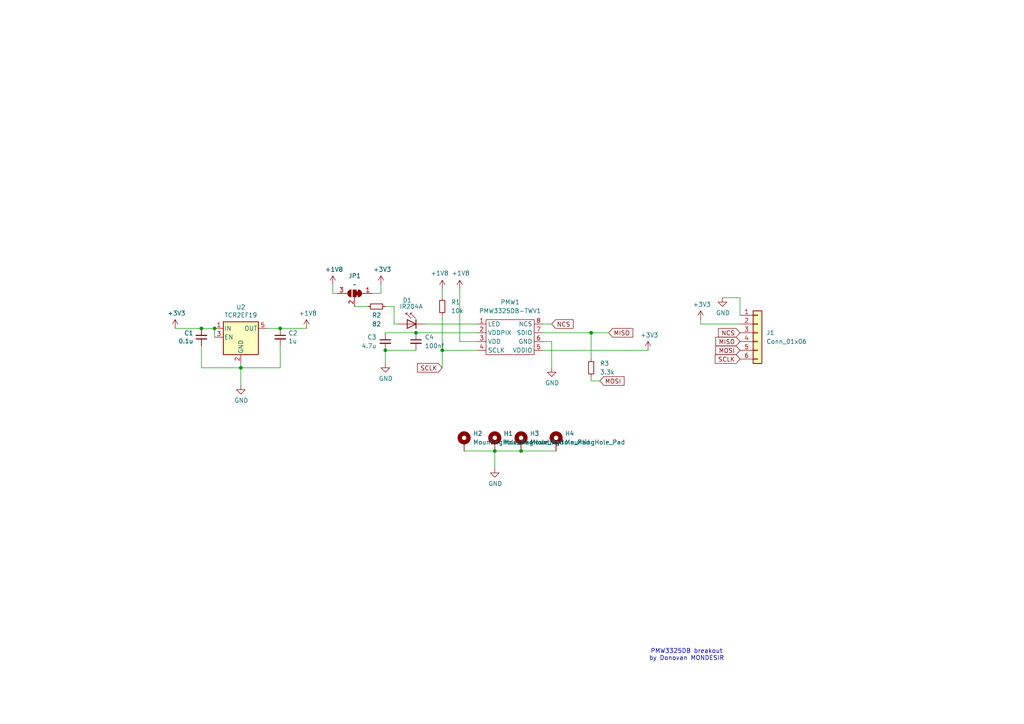
<source format=kicad_sch>
(kicad_sch (version 20231120) (generator "eeschema") (generator_version "8.0")
  (paper "A4")
  (lib_symbols
    (symbol "Connector_Generic:Conn_01x06" (pin_names (offset 1.016) hide)
      (property "Reference" "J" (at 0 7.62 0))
      (property "Value" "Conn_01x06" (at 0 -10.16 0))
      (symbol "Conn_01x06_1_1"
        (rectangle (start -1.27 -7.493) (end 0 -7.747) (stroke (width 0.1524)))
        (rectangle (start -1.27 -4.953) (end 0 -5.207) (stroke (width 0.1524)))
        (rectangle (start -1.27 -2.413) (end 0 -2.667) (stroke (width 0.1524)))
        (rectangle (start -1.27 0.127) (end 0 -0.127) (stroke (width 0.1524)))
        (rectangle (start -1.27 2.667) (end 0 2.413) (stroke (width 0.1524)))
        (rectangle (start -1.27 5.207) (end 0 4.953) (stroke (width 0.1524)))
        (rectangle (start -1.27 6.35) (end 1.27 -8.89) (stroke (width 0.254)) (fill (type background)))
        (pin passive line (at -5.08 5.08 0) (length 3.81) (name "Pin_1") (number "1"))
        (pin passive line (at -5.08 2.54 0) (length 3.81) (name "Pin_2") (number "2"))
        (pin passive line (at -5.08 0 0) (length 3.81) (name "Pin_3") (number "3"))
        (pin passive line (at -5.08 -2.54 0) (length 3.81) (name "Pin_4") (number "4"))
        (pin passive line (at -5.08 -5.08 0) (length 3.81) (name "Pin_5") (number "5"))
        (pin passive line (at -5.08 -7.62 0) (length 3.81) (name "Pin_6") (number "6"))
      )
    )
    (symbol "Device:C_Small" (pin_numbers hide) (pin_names (offset 0.254) hide)
      (property "Reference" "C" (at 0.254 1.778 0))
      (property "Value" "C_Small" (at 0.254 -2.032 0))
      (symbol "C_Small_0_1"
        (polyline (pts (xy -1.524 -0.508) (xy 1.524 -0.508)) (stroke (width 0.3302)))
        (polyline (pts (xy -1.524 0.508) (xy 1.524 0.508)) (stroke (width 0.3048)))
      )
      (symbol "C_Small_1_1"
        (pin passive line (at 0 2.54 270) (length 2.032) (name "~") (number "1"))
        (pin passive line (at 0 -2.54 90) (length 2.032) (name "~") (number "2"))
      )
    )
    (symbol "Device:R_Small" (pin_numbers hide) (pin_names (offset 0.254) hide)
      (property "Reference" "R" (at 0.762 0.508 0))
      (property "Value" "R_Small" (at 0.762 -1.016 0))
      (symbol "R_Small_0_1"
        (rectangle (start -0.762 1.778) (end 0.762 -1.778) (stroke (width 0.2032)))
      )
      (symbol "R_Small_1_1"
        (pin passive line (at 0 2.54 270) (length 0.762) (name "~") (number "1"))
        (pin passive line (at 0 -2.54 90) (length 0.762) (name "~") (number "2"))
      )
    )
    (symbol "Jumper:SolderJumper_3_Bridged12" (pin_names (offset 0) hide) (exclude_from_sim yes) (in_bom no)
      (property "Reference" "JP" (at -2.54 -2.54 0))
      (property "Value" "SolderJumper_3_Bridged12" (at 0 2.794 0))
      (symbol "SolderJumper_3_Bridged12_0_1"
        (rectangle (start -1.016 0.508) (end -0.508 -0.508) (fill (type outline)))
        (arc (start -1.016 1.016) (mid -2.0276 0) (end -1.016 -1.016))
        (arc (start -1.016 1.016) (mid -2.0276 0) (end -1.016 -1.016) (fill (type outline)))
        (rectangle (start -0.508 1.016) (end 0.508 -1.016) (fill (type outline)))
        (polyline (pts (xy -2.54 0) (xy -2.032 0)))
        (polyline (pts (xy -1.016 1.016) (xy -1.016 -1.016)))
        (polyline (pts (xy 0 -1.27) (xy 0 -1.016)))
        (polyline (pts (xy 1.016 1.016) (xy 1.016 -1.016)))
        (polyline (pts (xy 2.54 0) (xy 2.032 0)))
        (arc (start 1.016 -1.016) (mid 2.0276 0) (end 1.016 1.016))
        (arc (start 1.016 -1.016) (mid 2.0276 0) (end 1.016 1.016) (fill (type outline)))
      )
      (symbol "SolderJumper_3_Bridged12_1_1"
        (pin passive line (at -5.08 0 0) (length 2.54) (name "A") (number "1"))
        (pin passive line (at 0 -3.81 90) (length 2.54) (name "C") (number "2"))
        (pin passive line (at 5.08 0 180) (length 2.54) (name "B") (number "3"))
      )
    )
    (symbol "LED:IR204A" (pin_numbers hide) (pin_names (offset 1.016) hide)
      (property "Reference" "D" (at 0.508 1.778 0))
      (property "Value" "IR204A" (at -1.016 -2.794 0))
      (symbol "IR204A_0_1"
        (polyline (pts (xy -2.54 1.27) (xy -2.54 -1.27)) (stroke (width 0.254)))
        (polyline (pts (xy 0 0) (xy -2.54 0)))
        (polyline (pts (xy 0.381 3.175) (xy -0.127 3.175)))
        (polyline (pts (xy -1.143 1.651) (xy 0.381 3.175) (xy 0.381 2.667)))
        (polyline (pts (xy 0 1.27) (xy -2.54 0) (xy 0 -1.27) (xy 0 1.27)) (stroke (width 0.254)))
        (polyline (pts (xy -2.413 1.651) (xy -0.889 3.175) (xy -0.889 2.667) (xy -0.889 3.175) (xy -1.397 3.175)))
      )
      (symbol "IR204A_1_1"
        (pin passive line (at -5.08 0 0) (length 2.54) (name "K") (number "1"))
        (pin passive line (at 2.54 0 180) (length 2.54) (name "A") (number "2"))
      )
    )
    (symbol "Mechanical:MountingHole_Pad" (pin_numbers hide) (pin_names (offset 1.016) hide) (exclude_from_sim yes) (in_bom no)
      (property "Reference" "H" (at 0 6.35 0))
      (property "Value" "MountingHole_Pad" (at 0 4.445 0))
      (symbol "MountingHole_Pad_0_1"
        (circle (center 0 1.27) (radius 1.27) (stroke (width 1.27)))
      )
      (symbol "MountingHole_Pad_1_1"
        (pin input line (at 0 -2.54 90) (length 2.54) (name "1") (number "1"))
      )
    )
    (symbol "PMW3360-rescue:+1V8-power" (power) (pin_names (offset 0))
      (property "Value" "power_+1V8" (at 0 3.556 0))
      (symbol "+1V8-power_0_1"
        (polyline (pts (xy -0.762 1.27) (xy 0 2.54)))
        (polyline (pts (xy 0 0) (xy 0 2.54)))
        (polyline (pts (xy 0 2.54) (xy 0.762 1.27)))
      )
      (symbol "+1V8-power_1_1"
        (pin power_in line (at 0 0 90) (length 0) hide (name "+1V8") (number "1"))
      )
    )
    (symbol "PMW3360-rescue:+3V3-power" (power) (pin_names (offset 0))
      (property "Value" "power_+3V3" (at 0 3.556 0))
      (symbol "+3V3-power_0_1"
        (polyline (pts (xy -0.762 1.27) (xy 0 2.54)))
        (polyline (pts (xy 0 0) (xy 0 2.54)))
        (polyline (pts (xy 0 2.54) (xy 0.762 1.27)))
      )
      (symbol "+3V3-power_1_1"
        (pin power_in line (at 0 0 90) (length 0) hide (name "+3V3") (number "1"))
      )
    )
    (symbol "PMW3360-rescue:GND-power" (power) (pin_names (offset 0))
      (property "Value" "power_GND" (at 0 -3.81 0))
      (symbol "GND-power_0_1"
        (polyline (pts (xy 0 0) (xy 0 -1.27) (xy 1.27 -1.27) (xy 0 -2.54) (xy -1.27 -1.27) (xy 0 -1.27)))
      )
      (symbol "GND-power_1_1"
        (pin power_in line (at 0 0 270) (length 0) hide (name "GND") (number "1"))
      )
    )
    (symbol "Regulator_Linear:TLV70218_SOT23-5" (pin_names (offset 0.254))
      (property "Reference" "U" (at -3.81 5.715 0))
      (property "Value" "TLV70218_SOT23-5" (at 0 5.715 0))
      (symbol "TLV70218_SOT23-5_0_1"
        (rectangle (start -5.08 4.445) (end 5.08 -5.08) (stroke (width 0.254)) (fill (type background)))
      )
      (symbol "TLV70218_SOT23-5_1_1"
        (pin power_in line (at -7.62 2.54 0) (length 2.54) (name "IN") (number "1"))
        (pin power_in line (at 0 -7.62 90) (length 2.54) (name "GND") (number "2"))
        (pin input line (at -7.62 0 0) (length 2.54) (name "EN") (number "3"))
        (pin no_connect line (at 5.08 0 180) (length 2.54) hide (name "NC") (number "4"))
        (pin power_out line (at 7.62 2.54 180) (length 2.54) (name "OUT") (number "5"))
      )
    )
    (symbol "adns-5050:pmw3325db-twv1"
      (property "Reference" "PMW" (at -2.54 7.62 0))
      (property "Value" "PMW3325DB-TWV1" (at 0 -5.08 0))
      (symbol "pmw3325db-twv1_0_1"
        (rectangle (start -7.62 6.35) (end 6.35 -3.81))
      )
      (symbol "pmw3325db-twv1_1_1"
        (pin input line (at -10.16 5.08 0) (length 2.54) (name "LED") (number "1"))
        (pin input line (at -10.16 2.54 0) (length 2.54) (name "VDDPIX") (number "2"))
        (pin input line (at -10.16 0 0) (length 2.54) (name "VDD") (number "3"))
        (pin input line (at -10.16 -2.54 0) (length 2.54) (name "SCLK") (number "4"))
        (pin input line (at 8.89 -2.54 180) (length 2.54) (name "VDDIO") (number "5"))
        (pin input line (at 8.89 0 180) (length 2.54) (name "GND") (number "6"))
        (pin input line (at 8.89 2.54 180) (length 2.54) (name "SDIO") (number "7"))
        (pin input line (at 8.89 5.08 180) (length 2.54) (name "NCS") (number "8"))
      )
    )
  )
  (junction (at 81.28 95.25))
  (junction (at 171.45 96.52))
  (junction (at 69.85 106.68))
  (junction (at 143.51 130.81))
  (junction (at 111.76 101.6))
  (junction (at 62.23 95.25))
  (junction (at 58.42 95.25))
  (junction (at 128.27 101.6))
  (junction (at 120.65 96.52))
  (junction (at 151.13 130.81))
  (wire (pts (xy 143.51 130.81) (xy 151.13 130.81)))
  (wire (pts (xy 203.2 92.71) (xy 203.2 93.98)))
  (wire (pts (xy 58.42 100.33) (xy 58.42 106.68)))
  (wire (pts (xy 157.48 101.6) (xy 187.96 101.6)))
  (wire (pts (xy 111.76 96.52) (xy 120.65 96.52)))
  (wire (pts (xy 203.2 93.98) (xy 214.63 93.98)))
  (wire (pts (xy 171.45 109.22) (xy 171.45 110.49)))
  (wire (pts (xy 58.42 95.25) (xy 62.23 95.25)))
  (wire (pts (xy 133.35 83.82) (xy 133.35 99.06)))
  (wire (pts (xy 214.63 86.36) (xy 214.63 91.44)))
  (wire (pts (xy 143.51 130.81) (xy 143.51 135.89)))
  (wire (pts (xy 50.8 95.25) (xy 58.42 95.25)))
  (wire (pts (xy 128.27 83.82) (xy 128.27 86.36)))
  (wire (pts (xy 77.47 95.25) (xy 81.28 95.25)))
  (wire (pts (xy 209.55 86.36) (xy 214.63 86.36)))
  (wire (pts (xy 111.76 101.6) (xy 120.65 101.6)))
  (wire (pts (xy 128.27 101.6) (xy 128.27 91.44)))
  (wire (pts (xy 171.45 96.52) (xy 171.45 104.14)))
  (wire (pts (xy 120.65 96.52) (xy 138.43 96.52)))
  (wire (pts (xy 171.45 96.52) (xy 176.53 96.52)))
  (wire (pts (xy 151.13 130.81) (xy 161.29 130.81)))
  (wire (pts (xy 69.85 105.41) (xy 69.85 106.68)))
  (wire (pts (xy 110.49 82.55) (xy 110.49 85.09)))
  (wire (pts (xy 96.52 85.09) (xy 96.52 82.55)))
  (wire (pts (xy 111.76 101.6) (xy 111.76 105.41)))
  (wire (pts (xy 128.27 101.6) (xy 128.27 106.68)))
  (wire (pts (xy 81.28 100.33) (xy 81.28 106.68)))
  (wire (pts (xy 133.35 99.06) (xy 138.43 99.06)))
  (wire (pts (xy 157.48 96.52) (xy 171.45 96.52)))
  (wire (pts (xy 123.19 93.98) (xy 138.43 93.98)))
  (wire (pts (xy 58.42 106.68) (xy 69.85 106.68)))
  (wire (pts (xy 134.62 130.81) (xy 143.51 130.81)))
  (wire (pts (xy 160.02 99.06) (xy 160.02 106.68)))
  (wire (pts (xy 97.79 85.09) (xy 96.52 85.09)))
  (wire (pts (xy 110.49 85.09) (xy 107.95 85.09)))
  (wire (pts (xy 69.85 106.68) (xy 69.85 111.76)))
  (wire (pts (xy 114.3 88.9) (xy 111.76 88.9)))
  (wire (pts (xy 114.3 93.98) (xy 114.3 88.9)))
  (wire (pts (xy 81.28 106.68) (xy 69.85 106.68)))
  (wire (pts (xy 102.87 88.9) (xy 106.68 88.9)))
  (wire (pts (xy 157.48 99.06) (xy 160.02 99.06)))
  (wire (pts (xy 157.48 93.98) (xy 160.02 93.98)))
  (wire (pts (xy 114.3 93.98) (xy 115.57 93.98)))
  (wire (pts (xy 171.45 110.49) (xy 173.99 110.49)))
  (wire (pts (xy 62.23 97.79) (xy 62.23 95.25)))
  (wire (pts (xy 138.43 101.6) (xy 128.27 101.6)))
  (wire (pts (xy 88.9 95.25) (xy 81.28 95.25)))
  (text "PMW3325DB breakout\nby Donovan MONDESIR" (at 199.136 189.992 0) (effects (font (size 1.27 1.27))))
  (global_label "MOSI" (shape input) (at 173.99 110.49 0) (property "Intersheetrefs" "${INTERSHEET_REFS}" (effects (hide yes))))
  (global_label "SCLK" (shape input) (at 128.27 106.68 180) (property "Intersheetrefs" "${INTERSHEET_REFS}" (effects (hide yes))))
  (global_label "MISO" (shape input) (at 176.53 96.52 0) (property "Intersheetrefs" "${INTERSHEET_REFS}" (effects (hide yes))))
  (global_label "NCS" (shape input) (at 160.02 93.98 0) (property "Intersheetrefs" "${INTERSHEET_REFS}" (effects (hide yes))))
  (global_label "MOSI" (shape input) (at 214.63 101.6 180) (property "Intersheetrefs" "${INTERSHEET_REFS}" (effects (hide yes))))
  (global_label "MISO" (shape input) (at 214.63 99.06 180) (property "Intersheetrefs" "${INTERSHEET_REFS}" (effects (hide yes))))
  (global_label "SCLK" (shape input) (at 214.63 104.14 180) (property "Intersheetrefs" "${INTERSHEET_REFS}" (effects (hide yes))))
  (global_label "NCS" (shape input) (at 214.63 96.52 180) (property "Intersheetrefs" "${INTERSHEET_REFS}" (effects (hide yes))))
  (symbol (lib_id "Regulator_Linear:TLV70218_SOT23-5") (at 69.85 97.79 0) (unit 1)
    (property "Reference" "U2" (at 69.85 89.1032 0))
    (property "Value" "TCR2EF19" (at 69.85 91.4146 0))
    (property "Footprint" "Package_TO_SOT_SMD:SOT-23-5" (effects (hide yes)))
    (property "LCSC" "C146366" (effects (hide yes)))
  )
  (symbol (lib_id "Device:C_Small") (at 81.28 97.79 0) (unit 1)
    (property "Reference" "C2" (at 83.6168 96.6216 0) (effects (justify left)))
    (property "Value" "1u" (at 83.6168 98.933 0) (effects (justify left)))
    (property "Footprint" "Capacitor_SMD:C_0603_1608Metric" (effects (hide yes)))
    (property "LCSC" "C15849" (effects (hide yes)))
  )
  (symbol (lib_id "Device:C_Small") (at 58.42 97.79 0) (mirror x) (unit 1)
    (property "Reference" "C1" (at 56.1086 96.6216 0) (effects (justify right)))
    (property "Value" "0.1u" (at 56.1086 98.933 0) (effects (justify right)))
    (property "Footprint" "Capacitor_SMD:C_0603_1608Metric" (effects (hide yes)))
    (property "LCSC" "C14663" (effects (hide yes)))
  )
  (symbol (lib_id "PMW3360-rescue:GND-power") (at 69.85 111.76 0) (unit 1)
    (property "Reference" "#PWR0101" (effects (hide yes)))
    (property "Value" "GND" (at 69.977 116.1542 0))
  )
  (symbol (lib_id "PMW3360-rescue:+1V8-power") (at 88.9 95.25 0) (unit 1)
    (property "Reference" "#PWR0102" (effects (hide yes)))
    (property "Value" "+1V8" (at 89.281 90.8558 0))
  )
  (symbol (lib_id "PMW3360-rescue:+3V3-power") (at 50.8 95.25 0) (unit 1)
    (property "Reference" "#PWR0104" (effects (hide yes)))
    (property "Value" "+3V3" (at 51.181 90.8558 0))
  )
  (symbol (lib_id "PMW3360-rescue:+1V8-power") (at 133.35 83.82 0) (unit 1)
    (property "Reference" "#PWR04" (effects (hide yes)))
    (property "Value" "+1V8" (at 133.604 79.248 0))
  )
  (symbol (lib_id "PMW3360-rescue:+3V3-power") (at 110.49 82.55 0) (unit 1)
    (property "Reference" "#PWR07" (effects (hide yes)))
    (property "Value" "+3V3" (at 110.871 78.1558 0))
  )
  (symbol (lib_id "PMW3360-rescue:GND-power") (at 160.02 106.68 0) (unit 1)
    (property "Reference" "#PWR03" (effects (hide yes)))
    (property "Value" "GND" (at 160.147 111.0742 0))
  )
  (symbol (lib_id "Device:R_Small") (at 109.22 88.9 270) (unit 1)
    (property "Reference" "R2" (at 109.22 91.44 90))
    (property "Value" "82" (at 109.22 93.98 90))
    (property "Footprint" "Resistor_SMD:R_0603_1608Metric" (effects (hide yes)))
    (property "LCSC" "C25804" (effects (hide yes)))
  )
  (symbol (lib_id "PMW3360-rescue:GND-power") (at 111.76 105.41 0) (unit 1)
    (property "Reference" "#PWR01" (effects (hide yes)))
    (property "Value" "GND" (at 111.887 109.8042 0))
  )
  (symbol (lib_id "PMW3360-rescue:+3V3-power") (at 187.96 101.6 0) (unit 1)
    (property "Reference" "#PWR02" (effects (hide yes)))
    (property "Value" "+3V3" (at 188.341 97.2058 0))
  )
  (symbol (lib_id "Mechanical:MountingHole_Pad") (at 151.13 128.27 0) (unit 1) (exclude_from_sim yes) (in_bom no)
    (property "Reference" "H3" (at 153.67 125.7299 0) (effects (justify left)))
    (property "Value" "MountingHole_Pad" (at 153.67 128.2699 0) (effects (justify left)))
    (property "Footprint" "MountingHole:MountingHole_2.2mm_M2_Pad" (effects (hide yes)))
    (property "Description" "Mounting Hole with connection" (effects (hide yes)))
  )
  (symbol (lib_id "Mechanical:MountingHole_Pad") (at 161.29 128.27 0) (unit 1) (exclude_from_sim yes) (in_bom no)
    (property "Reference" "H4" (at 163.83 125.7299 0) (effects (justify left)))
    (property "Value" "MountingHole_Pad" (at 163.83 128.2699 0) (effects (justify left)))
    (property "Footprint" "MountingHole:MountingHole_2.2mm_M2_Pad" (effects (hide yes)))
    (property "Description" "Mounting Hole with connection" (effects (hide yes)))
  )
  (symbol (lib_id "Device:C_Small") (at 111.76 99.06 0) (unit 1)
    (property "Reference" "C3" (at 109.22 97.7962 0) (effects (justify right)))
    (property "Value" "4.7u" (at 109.22 100.3362 0) (effects (justify right)))
    (property "Footprint" "Capacitor_SMD:C_0603_1608Metric" (effects (hide yes)))
    (property "LCSC" "C19666" (effects (hide yes)))
  )
  (symbol (lib_id "Device:C_Small") (at 120.65 99.06 0) (unit 1)
    (property "Reference" "C4" (at 123.19 97.7962 0) (effects (justify left)))
    (property "Value" "100nf" (at 123.19 100.3362 0) (effects (justify left)))
    (property "Footprint" "Capacitor_SMD:C_0603_1608Metric" (effects (hide yes)))
    (property "LCSC" "C19666" (effects (hide yes)))
  )
  (symbol (lib_id "Device:R_Small") (at 128.27 88.9 0) (unit 1)
    (property "Reference" "R1" (at 130.81 87.6299 0) (effects (justify left)))
    (property "Value" "10k" (at 130.81 90.1699 0) (effects (justify left)))
    (property "Footprint" "Resistor_SMD:R_0603_1608Metric" (effects (hide yes)))
    (property "LCSC" "C25804" (effects (hide yes)))
  )
  (symbol (lib_id "Mechanical:MountingHole_Pad") (at 143.51 128.27 0) (unit 1) (exclude_from_sim yes) (in_bom no)
    (property "Reference" "H1" (at 146.05 125.7299 0) (effects (justify left)))
    (property "Value" "MountingHole_Pad" (at 146.05 128.2699 0) (effects (justify left)))
    (property "Footprint" "MountingHole:MountingHole_2.2mm_M2_Pad" (effects (hide yes)))
    (property "Description" "Mounting Hole with connection" (effects (hide yes)))
  )
  (symbol (lib_id "Connector_Generic:Conn_01x06") (at 219.71 96.52 0) (unit 1)
    (property "Reference" "J1" (at 222.25 96.5199 0) (effects (justify left)))
    (property "Value" "Conn_01x06" (at 222.25 99.0599 0) (effects (justify left)))
    (property "Footprint" "Connector _PINHeader:PinHeader_1x06_P2.54mm_Vertical" (effects (hide yes)))
    (property "Description" "Generic connector, single row, 01x06, script generated (kicad-library-utils/schlib/autogen/connector/)" (effects (hide yes)))
  )
  (symbol (lib_id "Jumper:SolderJumper_3_Bridged12") (at 102.87 85.09 0) (mirror y) (unit 1) (exclude_from_sim yes) (in_bom no)
    (property "Reference" "JP1" (at 102.87 80.01 0))
    (property "Value" "~" (at 102.87 82.55 0))
    (property "Footprint" "Jumper:SolderJumper-3_P1.3mm_Bridged12_RoundedPad1.0x1.5mm" (effects (hide yes)))
    (property "Description" "3-pole Solder Jumper, pins 1+2 closed/bridged" (effects (hide yes)))
  )
  (symbol (lib_id "Device:R_Small") (at 171.45 106.68 0) (unit 1)
    (property "Reference" "R3" (at 173.99 105.4099 0) (effects (justify left)))
    (property "Value" "3.3k" (at 173.99 107.9499 0) (effects (justify left)))
    (property "Footprint" "Resistor_SMD:R_0603_1608Metric" (effects (hide yes)))
    (property "LCSC" "C25804" (effects (hide yes)))
  )
  (symbol (lib_id "PMW3360-rescue:GND-power") (at 143.51 135.89 0) (unit 1)
    (property "Reference" "#PWR010" (effects (hide yes)))
    (property "Value" "GND" (at 143.637 140.2842 0))
  )
  (symbol (lib_id "LED:IR204A") (at 118.11 93.98 0) (mirror y) (unit 1)
    (property "Reference" "D1" (at 118.11 87.122 0))
    (property "Value" "IR204A" (at 119.253 88.9 0))
    (property "Footprint" "LED_THT:LED_D5.0mm_Horizontal_O1.27mm_Z15.0mm" (effects (hide yes)))
    (property "Datasheet" "http://www.everlight.com/file/ProductFile/IR204-A.pdf" (effects (hide yes)))
    (property "Description" "Infrared LED , 3mm LED package" (effects (hide yes)))
  )
  (symbol (lib_id "adns-5050:pmw3325db-twv1") (at 148.59 99.06 0) (unit 1)
    (property "Reference" "PMW1" (at 147.955 87.63 0))
    (property "Value" "PMW3325DB-TWV1" (at 147.955 90.17 0))
    (property "Footprint" "adns 5050:PMW3325DB-TWV1" (effects (hide yes)))
  )
  (symbol (lib_id "PMW3360-rescue:GND-power") (at 209.55 86.36 0) (unit 1)
    (property "Reference" "#PWR08" (effects (hide yes)))
    (property "Value" "GND" (at 209.677 90.7542 0))
  )
  (symbol (lib_id "PMW3360-rescue:+1V8-power") (at 96.52 82.55 0) (unit 1)
    (property "Reference" "#PWR06" (effects (hide yes)))
    (property "Value" "+1V8" (at 96.901 78.1558 0))
  )
  (symbol (lib_id "Mechanical:MountingHole_Pad") (at 134.62 128.27 0) (unit 1) (exclude_from_sim yes) (in_bom no)
    (property "Reference" "H2" (at 137.16 125.7299 0) (effects (justify left)))
    (property "Value" "MountingHole_Pad" (at 137.16 128.2699 0) (effects (justify left)))
    (property "Footprint" "MountingHole:MountingHole_2.2mm_M2_Pad" (effects (hide yes)))
    (property "Description" "Mounting Hole with connection" (effects (hide yes)))
  )
  (symbol (lib_id "PMW3360-rescue:+1V8-power") (at 128.27 83.82 0) (unit 1)
    (property "Reference" "#PWR05" (effects (hide yes)))
    (property "Value" "+1V8" (at 127.508 79.248 0))
  )
  (symbol (lib_id "PMW3360-rescue:+3V3-power") (at 203.2 92.71 0) (unit 1)
    (property "Reference" "#PWR09" (effects (hide yes)))
    (property "Value" "+3V3" (at 203.581 88.3158 0))
  )
)
</source>
